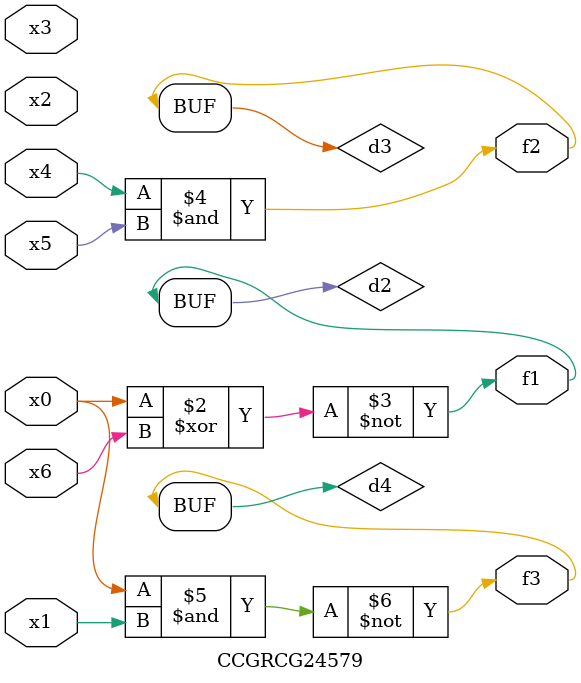
<source format=v>
module CCGRCG24579(
	input x0, x1, x2, x3, x4, x5, x6,
	output f1, f2, f3
);

	wire d1, d2, d3, d4;

	nor (d1, x0);
	xnor (d2, x0, x6);
	and (d3, x4, x5);
	nand (d4, x0, x1);
	assign f1 = d2;
	assign f2 = d3;
	assign f3 = d4;
endmodule

</source>
